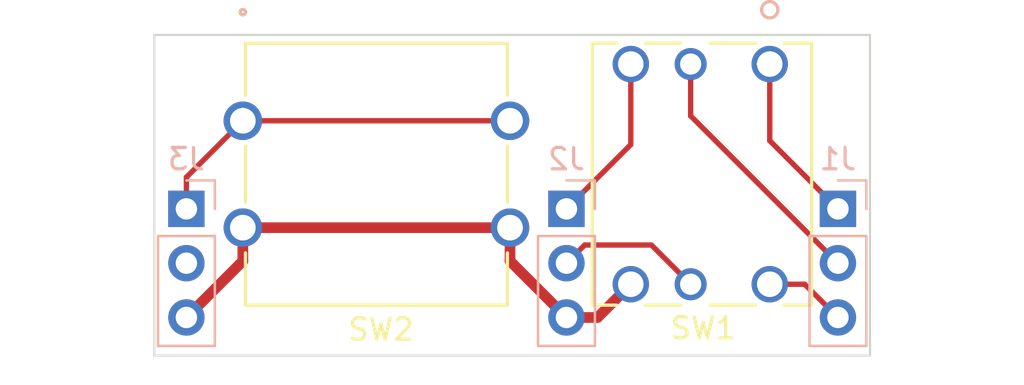
<source format=kicad_pcb>
(kicad_pcb (version 20171130) (host pcbnew 5.99.0+really5.1.10+dfsg1-1+b1)

  (general
    (thickness 1.6)
    (drawings 4)
    (tracks 21)
    (zones 0)
    (modules 5)
    (nets 9)
  )

  (page A4)
  (layers
    (0 F.Cu signal)
    (31 B.Cu signal)
    (32 B.Adhes user)
    (33 F.Adhes user)
    (34 B.Paste user)
    (35 F.Paste user)
    (36 B.SilkS user)
    (37 F.SilkS user)
    (38 B.Mask user)
    (39 F.Mask user)
    (40 Dwgs.User user)
    (41 Cmts.User user)
    (42 Eco1.User user)
    (43 Eco2.User user)
    (44 Edge.Cuts user)
    (45 Margin user)
    (46 B.CrtYd user)
    (47 F.CrtYd user)
    (48 B.Fab user)
    (49 F.Fab user)
  )

  (setup
    (last_trace_width 0.25)
    (user_trace_width 0.5)
    (trace_clearance 0.2)
    (zone_clearance 0.508)
    (zone_45_only no)
    (trace_min 0.2)
    (via_size 0.8)
    (via_drill 0.4)
    (via_min_size 0.4)
    (via_min_drill 0.3)
    (uvia_size 0.3)
    (uvia_drill 0.1)
    (uvias_allowed no)
    (uvia_min_size 0.2)
    (uvia_min_drill 0.1)
    (edge_width 0.05)
    (segment_width 0.2)
    (pcb_text_width 0.3)
    (pcb_text_size 1.5 1.5)
    (mod_edge_width 0.12)
    (mod_text_size 1 1)
    (mod_text_width 0.15)
    (pad_size 1.524 1.524)
    (pad_drill 0.762)
    (pad_to_mask_clearance 0.05)
    (aux_axis_origin 0 0)
    (grid_origin 24 42)
    (visible_elements FFFFFF7F)
    (pcbplotparams
      (layerselection 0x010fc_ffffffff)
      (usegerberextensions true)
      (usegerberattributes true)
      (usegerberadvancedattributes true)
      (creategerberjobfile true)
      (excludeedgelayer true)
      (linewidth 0.100000)
      (plotframeref false)
      (viasonmask false)
      (mode 1)
      (useauxorigin false)
      (hpglpennumber 1)
      (hpglpenspeed 20)
      (hpglpendiameter 15.000000)
      (psnegative false)
      (psa4output false)
      (plotreference true)
      (plotvalue true)
      (plotinvisibletext false)
      (padsonsilk false)
      (subtractmaskfromsilk false)
      (outputformat 1)
      (mirror false)
      (drillshape 0)
      (scaleselection 1)
      (outputdirectory "gerber/"))
  )

  (net 0 "")
  (net 1 /J_PUSH)
  (net 2 /J_UP)
  (net 3 /J_RIGHT)
  (net 4 /J_COM)
  (net 5 /J_DOWN)
  (net 6 /J_LEFT)
  (net 7 "Net-(J3-Pad2)")
  (net 8 /SW)

  (net_class Default "This is the default net class."
    (clearance 0.2)
    (trace_width 0.25)
    (via_dia 0.8)
    (via_drill 0.4)
    (uvia_dia 0.3)
    (uvia_drill 0.1)
    (add_net /J_COM)
    (add_net /J_DOWN)
    (add_net /J_LEFT)
    (add_net /J_PUSH)
    (add_net /J_RIGHT)
    (add_net /J_UP)
    (add_net /SW)
    (add_net "Net-(J3-Pad2)")
  )

  (module custom_components:B3F-4050 (layer F.Cu) (tedit 5F613B95) (tstamp 5F61ADB4)
    (at 28.14 31.0182)
    (path /5F6151D8)
    (fp_text reference SW2 (at 6.460852 9.7618) (layer F.SilkS)
      (effects (font (size 1 1) (thickness 0.15)))
    )
    (fp_text value B3F-4050 (at 8.630852 -4.7982) (layer F.SilkS) hide
      (effects (font (size 1 1) (thickness 0.15)))
    )
    (fp_circle (center 6.25 2.5) (end 9.800001 2.5) (layer F.Fab) (width 0.1524))
    (fp_circle (center 0 -5.08) (end 0.127 -5.08) (layer B.SilkS) (width 0.1524))
    (fp_circle (center 0 -5.08) (end 0.127 -5.08) (layer F.SilkS) (width 0.1524))
    (fp_circle (center 1.27 0) (end 1.397 0) (layer F.Fab) (width 0.1524))
    (fp_line (start -0.003999 6.107948) (end -1.107948 6.107948) (layer F.CrtYd) (width 0.1524))
    (fp_line (start -0.003999 8.753999) (end -0.003999 6.107948) (layer F.CrtYd) (width 0.1524))
    (fp_line (start 12.504 8.753999) (end -0.003999 8.753999) (layer F.CrtYd) (width 0.1524))
    (fp_line (start 12.504 6.107948) (end 12.504 8.753999) (layer F.CrtYd) (width 0.1524))
    (fp_line (start 13.607949 6.107948) (end 12.504 6.107948) (layer F.CrtYd) (width 0.1524))
    (fp_line (start 13.607949 -1.107948) (end 13.607949 6.107948) (layer F.CrtYd) (width 0.1524))
    (fp_line (start 12.504 -1.107948) (end 13.607949 -1.107948) (layer F.CrtYd) (width 0.1524))
    (fp_line (start 12.504 -3.753999) (end 12.504 -1.107948) (layer F.CrtYd) (width 0.1524))
    (fp_line (start -0.003999 -3.753999) (end 12.504 -3.753999) (layer F.CrtYd) (width 0.1524))
    (fp_line (start -0.003999 -1.107948) (end -0.003999 -3.753999) (layer F.CrtYd) (width 0.1524))
    (fp_line (start -1.107948 -1.107948) (end -0.003999 -1.107948) (layer F.CrtYd) (width 0.1524))
    (fp_line (start -1.107948 6.107948) (end -1.107948 -1.107948) (layer F.CrtYd) (width 0.1524))
    (fp_line (start 12.376998 -1.180296) (end 12.376998 -3.626998) (layer F.SilkS) (width 0.1524))
    (fp_line (start 12.376998 3.819704) (end 12.376998 1.180296) (layer F.SilkS) (width 0.1524))
    (fp_line (start 0.123002 6.180296) (end 0.123002 8.626998) (layer F.SilkS) (width 0.1524))
    (fp_line (start 0.123002 1.180296) (end 0.123002 3.819704) (layer F.SilkS) (width 0.1524))
    (fp_line (start 0.250002 -3.499998) (end 0.250002 8.499998) (layer F.Fab) (width 0.1524))
    (fp_line (start 12.249998 -3.499998) (end 0.250002 -3.499998) (layer F.Fab) (width 0.1524))
    (fp_line (start 12.249998 8.499998) (end 12.249998 -3.499998) (layer F.Fab) (width 0.1524))
    (fp_line (start 0.250002 8.499998) (end 12.249998 8.499998) (layer F.Fab) (width 0.1524))
    (fp_line (start 0.123002 -3.626998) (end 0.123002 -1.180296) (layer F.SilkS) (width 0.1524))
    (fp_line (start 12.376998 -3.626998) (end 0.123002 -3.626998) (layer F.SilkS) (width 0.1524))
    (fp_line (start 12.376998 8.626998) (end 12.376998 6.180296) (layer F.SilkS) (width 0.1524))
    (fp_line (start 0.123002 8.626998) (end 12.376998 8.626998) (layer F.SilkS) (width 0.1524))
    (fp_line (start 13.1 -0.6) (end 12.25 -0.6) (layer F.Fab) (width 0.1524))
    (fp_line (start 13.1 0.6) (end 13.1 -0.6) (layer F.Fab) (width 0.1524))
    (fp_line (start 12.25 0.6) (end 13.1 0.6) (layer F.Fab) (width 0.1524))
    (fp_line (start 12.25 -0.6) (end 12.25 0.6) (layer F.Fab) (width 0.1524))
    (fp_line (start 13.1 4.4) (end 12.25 4.4) (layer F.Fab) (width 0.1524))
    (fp_line (start 13.1 5.6) (end 13.1 4.4) (layer F.Fab) (width 0.1524))
    (fp_line (start 12.25 5.6) (end 13.1 5.6) (layer F.Fab) (width 0.1524))
    (fp_line (start 12.25 4.4) (end 12.25 5.6) (layer F.Fab) (width 0.1524))
    (fp_line (start -0.6 5.6) (end 0.250001 5.6) (layer F.Fab) (width 0.1524))
    (fp_line (start -0.6 4.4) (end -0.6 5.6) (layer F.Fab) (width 0.1524))
    (fp_line (start 0.250001 4.4) (end -0.6 4.4) (layer F.Fab) (width 0.1524))
    (fp_line (start 0.250001 5.6) (end 0.250001 4.4) (layer F.Fab) (width 0.1524))
    (fp_line (start -0.6 0.6) (end 0.250001 0.6) (layer F.Fab) (width 0.1524))
    (fp_line (start -0.6 -0.6) (end -0.6 0.6) (layer F.Fab) (width 0.1524))
    (fp_line (start 0.250001 -0.6) (end -0.6 -0.6) (layer F.Fab) (width 0.1524))
    (fp_line (start 0.250001 0.6) (end 0.250001 -0.6) (layer F.Fab) (width 0.1524))
    (fp_text user * (at 0 0) (layer F.Fab)
      (effects (font (size 1 1) (thickness 0.15)))
    )
    (fp_text user * (at 0 0) (layer F.SilkS)
      (effects (font (size 1 1) (thickness 0.15)))
    )
    (fp_text user "Copyright 2016 Accelerated Designs. All rights reserved." (at 0 0) (layer Cmts.User)
      (effects (font (size 0.127 0.127) (thickness 0.002)))
    )
    (pad "" np_thru_hole circle (at 6.25 7) (size 1.8 1.8) (drill 1.8) (layers *.Cu *.Mask))
    (pad "" np_thru_hole circle (at 6.25 -2) (size 1.8 1.8) (drill 1.8) (layers *.Cu *.Mask))
    (pad 2 thru_hole circle (at 12.5 0) (size 1.8 1.8) (drill 1.2) (layers *.Cu *.Mask)
      (net 8 /SW))
    (pad 4 thru_hole circle (at 12.5 5) (size 1.8 1.8) (drill 1.2) (layers *.Cu *.Mask)
      (net 4 /J_COM))
    (pad 3 thru_hole circle (at 0 5) (size 1.8 1.8) (drill 1.2) (layers *.Cu *.Mask)
      (net 4 /J_COM))
    (pad 1 thru_hole circle (at 0 0) (size 1.8 1.8) (drill 1.2) (layers *.Cu *.Mask)
      (net 8 /SW))
    (model ${KIPRJMOD}/model-3d/B3F_4000.step
      (offset (xyz 6.25 -2.5 0))
      (scale (xyz 1 1 1))
      (rotate (xyz -90 0 0))
    )
    (model ${KIPRJMOD}/model-3d/B32_1610.step
      (offset (xyz 6 -2.5 4.5))
      (scale (xyz 1 1 1))
      (rotate (xyz -90 0 0))
    )
  )

  (module custom_components:SKQUCAA010 (layer F.Cu) (tedit 0) (tstamp 5F61B309)
    (at 52.79 28.365 270)
    (path /5F614641)
    (fp_text reference SW1 (at 12.355 3.11 180) (layer F.SilkS)
      (effects (font (size 1 1) (thickness 0.15)))
    )
    (fp_text value SKQUCAA010 (at 8.295 3.16 180) (layer F.SilkS) hide
      (effects (font (size 1 1) (thickness 0.15)))
    )
    (fp_circle (center 2.54 0) (end 2.794 0) (layer F.Fab) (width 0.1524))
    (fp_circle (center -2.54 0) (end -2.159 0) (layer B.SilkS) (width 0.1524))
    (fp_line (start 11.1509 -1.829999) (end -0.8509 -1.829999) (layer F.CrtYd) (width 0.1524))
    (fp_line (start 11.1509 8.177601) (end 11.1509 -1.829999) (layer F.CrtYd) (width 0.1524))
    (fp_line (start -0.8509 8.177601) (end 11.1509 8.177601) (layer F.CrtYd) (width 0.1524))
    (fp_line (start -0.8509 -1.829999) (end -0.8509 8.177601) (layer F.CrtYd) (width 0.1524))
    (fp_line (start 11.4049 -2.083999) (end -1.1049 -2.083999) (layer F.CrtYd) (width 0.1524))
    (fp_line (start 11.4049 8.431601) (end 11.4049 -2.083999) (layer F.CrtYd) (width 0.1524))
    (fp_line (start -1.1049 8.431601) (end 11.4049 8.431601) (layer F.CrtYd) (width 0.1524))
    (fp_line (start -1.1049 -2.083999) (end -1.1049 8.431601) (layer F.CrtYd) (width 0.1524))
    (fp_line (start -0.9779 7.166872) (end -0.9779 8.304601) (layer F.SilkS) (width 0.1524))
    (fp_line (start -0.9779 4.163166) (end -0.9779 5.833133) (layer F.SilkS) (width 0.1524))
    (fp_line (start -0.9779 0.66687) (end -0.9779 2.786836) (layer F.SilkS) (width 0.1524))
    (fp_line (start 11.2779 5.833133) (end 11.2779 4.163166) (layer F.SilkS) (width 0.1524))
    (fp_line (start 11.2779 2.786836) (end 11.2779 0.66687) (layer F.SilkS) (width 0.1524))
    (fp_line (start 11.2779 -0.66687) (end 11.2779 -1.956999) (layer F.SilkS) (width 0.1524))
    (fp_line (start -0.8509 -1.829999) (end -0.8509 8.177601) (layer F.Fab) (width 0.1524))
    (fp_line (start 11.1509 -1.829999) (end -0.8509 -1.829999) (layer F.Fab) (width 0.1524))
    (fp_line (start 11.1509 8.177601) (end 11.1509 -1.829999) (layer F.Fab) (width 0.1524))
    (fp_line (start -0.8509 8.177601) (end 11.1509 8.177601) (layer F.Fab) (width 0.1524))
    (fp_line (start -0.9779 -1.956999) (end -0.9779 -0.66687) (layer F.SilkS) (width 0.1524))
    (fp_line (start 11.2779 -1.956999) (end -0.9779 -1.956999) (layer F.SilkS) (width 0.1524))
    (fp_line (start 11.2779 8.304601) (end 11.2779 7.166872) (layer F.SilkS) (width 0.1524))
    (fp_line (start -0.9779 8.304601) (end 11.2779 8.304601) (layer F.SilkS) (width 0.1524))
    (fp_text user * (at 0 0 90) (layer F.Fab)
      (effects (font (size 1 1) (thickness 0.15)))
    )
    (fp_text user * (at 0 0 90) (layer F.SilkS)
      (effects (font (size 1 1) (thickness 0.15)))
    )
    (fp_text user "Copyright 2016 Accelerated Designs. All rights reserved." (at 0 0 90) (layer Cmts.User)
      (effects (font (size 0.127 0.127) (thickness 0.002)))
    )
    (pad 3 thru_hole circle (at 0 6.500002 270) (size 1.7018 1.7018) (drill 1.1938) (layers *.Cu *.Mask)
      (net 6 /J_LEFT))
    (pad 2 thru_hole circle (at 0 3.700001 270) (size 1.4986 1.4986) (drill 0.9906) (layers *.Cu *.Mask)
      (net 2 /J_UP))
    (pad 1 thru_hole circle (at 0 0 270) (size 1.7018 1.7018) (drill 1.1938) (layers *.Cu *.Mask)
      (net 3 /J_RIGHT))
    (pad 4 thru_hole circle (at 10.3 6.500002 270) (size 1.7018 1.7018) (drill 1.1938) (layers *.Cu *.Mask)
      (net 4 /J_COM))
    (pad 5 thru_hole circle (at 10.3 3.700001 270) (size 1.4986 1.4986) (drill 0.9906) (layers *.Cu *.Mask)
      (net 5 /J_DOWN))
    (pad 6 thru_hole circle (at 10.3 0 270) (size 1.7018 1.7018) (drill 1.1938) (layers *.Cu *.Mask)
      (net 1 /J_PUSH))
    (model ${KIPRJMOD}/model-3d/skqucaa010.stp
      (offset (xyz 5.1 -3.25 0))
      (scale (xyz 1 1 1))
      (rotate (xyz 0 0 0))
    )
  )

  (module Connector_PinHeader_2.54mm:PinHeader_1x03_P2.54mm_Vertical (layer B.Cu) (tedit 59FED5CC) (tstamp 5F61992E)
    (at 25.5 35.14 180)
    (descr "Through hole straight pin header, 1x03, 2.54mm pitch, single row")
    (tags "Through hole pin header THT 1x03 2.54mm single row")
    (path /5F61FB77)
    (fp_text reference J3 (at 0 2.33) (layer B.SilkS)
      (effects (font (size 1 1) (thickness 0.15)) (justify mirror))
    )
    (fp_text value TSW-101-08-T-T-RA (at 0 -7.41) (layer B.Fab)
      (effects (font (size 1 1) (thickness 0.15)) (justify mirror))
    )
    (fp_line (start -0.635 1.27) (end 1.27 1.27) (layer B.Fab) (width 0.1))
    (fp_line (start 1.27 1.27) (end 1.27 -6.35) (layer B.Fab) (width 0.1))
    (fp_line (start 1.27 -6.35) (end -1.27 -6.35) (layer B.Fab) (width 0.1))
    (fp_line (start -1.27 -6.35) (end -1.27 0.635) (layer B.Fab) (width 0.1))
    (fp_line (start -1.27 0.635) (end -0.635 1.27) (layer B.Fab) (width 0.1))
    (fp_line (start -1.33 -6.41) (end 1.33 -6.41) (layer B.SilkS) (width 0.12))
    (fp_line (start -1.33 -1.27) (end -1.33 -6.41) (layer B.SilkS) (width 0.12))
    (fp_line (start 1.33 -1.27) (end 1.33 -6.41) (layer B.SilkS) (width 0.12))
    (fp_line (start -1.33 -1.27) (end 1.33 -1.27) (layer B.SilkS) (width 0.12))
    (fp_line (start -1.33 0) (end -1.33 1.33) (layer B.SilkS) (width 0.12))
    (fp_line (start -1.33 1.33) (end 0 1.33) (layer B.SilkS) (width 0.12))
    (fp_line (start -1.8 1.8) (end -1.8 -6.85) (layer B.CrtYd) (width 0.05))
    (fp_line (start -1.8 -6.85) (end 1.8 -6.85) (layer B.CrtYd) (width 0.05))
    (fp_line (start 1.8 -6.85) (end 1.8 1.8) (layer B.CrtYd) (width 0.05))
    (fp_line (start 1.8 1.8) (end -1.8 1.8) (layer B.CrtYd) (width 0.05))
    (fp_text user %R (at 0 -2.54 270) (layer B.Fab)
      (effects (font (size 1 1) (thickness 0.15)) (justify mirror))
    )
    (pad 1 thru_hole rect (at 0 0 180) (size 1.7 1.7) (drill 1) (layers *.Cu *.Mask)
      (net 8 /SW))
    (pad 2 thru_hole oval (at 0 -2.54 180) (size 1.7 1.7) (drill 1) (layers *.Cu *.Mask)
      (net 7 "Net-(J3-Pad2)"))
    (pad 3 thru_hole oval (at 0 -5.08 180) (size 1.7 1.7) (drill 1) (layers *.Cu *.Mask)
      (net 4 /J_COM))
    (model ${KIPRJMOD}/model-3d/TSW-101-08-T-T-RA.stp
      (offset (xyz 0 -2.5 2.5))
      (scale (xyz 1 1 1))
      (rotate (xyz 90 0 180))
    )
  )

  (module Connector_PinHeader_2.54mm:PinHeader_1x03_P2.54mm_Vertical (layer B.Cu) (tedit 59FED5CC) (tstamp 5F619CDF)
    (at 43.28 35.14 180)
    (descr "Through hole straight pin header, 1x03, 2.54mm pitch, single row")
    (tags "Through hole pin header THT 1x03 2.54mm single row")
    (path /5F6173F2)
    (fp_text reference J2 (at 0 2.33) (layer B.SilkS)
      (effects (font (size 1 1) (thickness 0.15)) (justify mirror))
    )
    (fp_text value TSW-101-08-T-T-RA (at 0 -7.41) (layer B.Fab)
      (effects (font (size 1 1) (thickness 0.15)) (justify mirror))
    )
    (fp_line (start -0.635 1.27) (end 1.27 1.27) (layer B.Fab) (width 0.1))
    (fp_line (start 1.27 1.27) (end 1.27 -6.35) (layer B.Fab) (width 0.1))
    (fp_line (start 1.27 -6.35) (end -1.27 -6.35) (layer B.Fab) (width 0.1))
    (fp_line (start -1.27 -6.35) (end -1.27 0.635) (layer B.Fab) (width 0.1))
    (fp_line (start -1.27 0.635) (end -0.635 1.27) (layer B.Fab) (width 0.1))
    (fp_line (start -1.33 -6.41) (end 1.33 -6.41) (layer B.SilkS) (width 0.12))
    (fp_line (start -1.33 -1.27) (end -1.33 -6.41) (layer B.SilkS) (width 0.12))
    (fp_line (start 1.33 -1.27) (end 1.33 -6.41) (layer B.SilkS) (width 0.12))
    (fp_line (start -1.33 -1.27) (end 1.33 -1.27) (layer B.SilkS) (width 0.12))
    (fp_line (start -1.33 0) (end -1.33 1.33) (layer B.SilkS) (width 0.12))
    (fp_line (start -1.33 1.33) (end 0 1.33) (layer B.SilkS) (width 0.12))
    (fp_line (start -1.8 1.8) (end -1.8 -6.85) (layer B.CrtYd) (width 0.05))
    (fp_line (start -1.8 -6.85) (end 1.8 -6.85) (layer B.CrtYd) (width 0.05))
    (fp_line (start 1.8 -6.85) (end 1.8 1.8) (layer B.CrtYd) (width 0.05))
    (fp_line (start 1.8 1.8) (end -1.8 1.8) (layer B.CrtYd) (width 0.05))
    (fp_text user %R (at 0 -2.54 270) (layer B.Fab)
      (effects (font (size 1 1) (thickness 0.15)) (justify mirror))
    )
    (pad 1 thru_hole rect (at 0 0 180) (size 1.7 1.7) (drill 1) (layers *.Cu *.Mask)
      (net 6 /J_LEFT))
    (pad 2 thru_hole oval (at 0 -2.54 180) (size 1.7 1.7) (drill 1) (layers *.Cu *.Mask)
      (net 5 /J_DOWN))
    (pad 3 thru_hole oval (at 0 -5.08 180) (size 1.7 1.7) (drill 1) (layers *.Cu *.Mask)
      (net 4 /J_COM))
    (model ${KIPRJMOD}/model-3d/TSW-101-08-T-T-RA.stp
      (offset (xyz 0 -2.5 2.5))
      (scale (xyz 1 1 1))
      (rotate (xyz 90 0 180))
    )
  )

  (module Connector_PinHeader_2.54mm:PinHeader_1x03_P2.54mm_Vertical (layer B.Cu) (tedit 59FED5CC) (tstamp 5F61A17E)
    (at 55.98 35.14 180)
    (descr "Through hole straight pin header, 1x03, 2.54mm pitch, single row")
    (tags "Through hole pin header THT 1x03 2.54mm single row")
    (path /5F616989)
    (fp_text reference J1 (at 0 2.33) (layer B.SilkS)
      (effects (font (size 1 1) (thickness 0.15)) (justify mirror))
    )
    (fp_text value TSW-101-08-T-T-RA (at 0 -7.41) (layer B.Fab)
      (effects (font (size 1 1) (thickness 0.15)) (justify mirror))
    )
    (fp_line (start 1.8 1.8) (end -1.8 1.8) (layer B.CrtYd) (width 0.05))
    (fp_line (start 1.8 -6.85) (end 1.8 1.8) (layer B.CrtYd) (width 0.05))
    (fp_line (start -1.8 -6.85) (end 1.8 -6.85) (layer B.CrtYd) (width 0.05))
    (fp_line (start -1.8 1.8) (end -1.8 -6.85) (layer B.CrtYd) (width 0.05))
    (fp_line (start -1.33 1.33) (end 0 1.33) (layer B.SilkS) (width 0.12))
    (fp_line (start -1.33 0) (end -1.33 1.33) (layer B.SilkS) (width 0.12))
    (fp_line (start -1.33 -1.27) (end 1.33 -1.27) (layer B.SilkS) (width 0.12))
    (fp_line (start 1.33 -1.27) (end 1.33 -6.41) (layer B.SilkS) (width 0.12))
    (fp_line (start -1.33 -1.27) (end -1.33 -6.41) (layer B.SilkS) (width 0.12))
    (fp_line (start -1.33 -6.41) (end 1.33 -6.41) (layer B.SilkS) (width 0.12))
    (fp_line (start -1.27 0.635) (end -0.635 1.27) (layer B.Fab) (width 0.1))
    (fp_line (start -1.27 -6.35) (end -1.27 0.635) (layer B.Fab) (width 0.1))
    (fp_line (start 1.27 -6.35) (end -1.27 -6.35) (layer B.Fab) (width 0.1))
    (fp_line (start 1.27 1.27) (end 1.27 -6.35) (layer B.Fab) (width 0.1))
    (fp_line (start -0.635 1.27) (end 1.27 1.27) (layer B.Fab) (width 0.1))
    (fp_text user %R (at 0 -2.54 270) (layer B.Fab)
      (effects (font (size 1 1) (thickness 0.15)) (justify mirror))
    )
    (pad 3 thru_hole oval (at 0 -5.08 180) (size 1.7 1.7) (drill 1) (layers *.Cu *.Mask)
      (net 1 /J_PUSH))
    (pad 2 thru_hole oval (at 0 -2.54 180) (size 1.7 1.7) (drill 1) (layers *.Cu *.Mask)
      (net 2 /J_UP))
    (pad 1 thru_hole rect (at 0 0 180) (size 1.7 1.7) (drill 1) (layers *.Cu *.Mask)
      (net 3 /J_RIGHT))
    (model ${KIPRJMOD}/model-3d/TSW-101-08-T-T-RA.stp
      (offset (xyz 0 -2.5 2.5))
      (scale (xyz 1 1 1))
      (rotate (xyz 90 0 180))
    )
  )

  (gr_line (start 57.48 27) (end 57.48 42) (layer Edge.Cuts) (width 0.1))
  (gr_line (start 24 27) (end 57.48 27) (layer Edge.Cuts) (width 0.1))
  (gr_line (start 24 42) (end 24 27) (layer Edge.Cuts) (width 0.1))
  (gr_line (start 57.48 42) (end 24 42) (layer Edge.Cuts) (width 0.1))

  (segment (start 54.425 38.665) (end 55.98 40.22) (width 0.25) (layer F.Cu) (net 1))
  (segment (start 52.79 38.665) (end 54.425 38.665) (width 0.25) (layer F.Cu) (net 1))
  (segment (start 49.089999 30.789999) (end 49.089999 28.365) (width 0.25) (layer F.Cu) (net 2))
  (segment (start 55.98 37.68) (end 49.089999 30.789999) (width 0.25) (layer F.Cu) (net 2))
  (segment (start 52.79 31.95) (end 55.98 35.14) (width 0.25) (layer F.Cu) (net 3))
  (segment (start 52.79 28.365) (end 52.79 31.95) (width 0.25) (layer F.Cu) (net 3))
  (segment (start 28.14 37.58) (end 25.5 40.22) (width 0.5) (layer F.Cu) (net 4))
  (segment (start 28.14 36.0182) (end 28.14 37.58) (width 0.5) (layer F.Cu) (net 4))
  (segment (start 28.14 36.0182) (end 40.64 36.0182) (width 0.5) (layer F.Cu) (net 4))
  (segment (start 40.64 37.58) (end 43.28 40.22) (width 0.5) (layer F.Cu) (net 4))
  (segment (start 40.64 36.0182) (end 40.64 37.58) (width 0.5) (layer F.Cu) (net 4))
  (segment (start 44.734998 40.22) (end 46.289998 38.665) (width 0.5) (layer F.Cu) (net 4))
  (segment (start 43.28 40.22) (end 44.734998 40.22) (width 0.5) (layer F.Cu) (net 4))
  (segment (start 47.255 36.830001) (end 49.089999 38.665) (width 0.25) (layer F.Cu) (net 5))
  (segment (start 44.129999 36.830001) (end 47.255 36.830001) (width 0.25) (layer F.Cu) (net 5))
  (segment (start 43.28 37.68) (end 44.129999 36.830001) (width 0.25) (layer F.Cu) (net 5))
  (segment (start 46.289998 32.130002) (end 43.28 35.14) (width 0.25) (layer F.Cu) (net 6))
  (segment (start 46.289998 28.365) (end 46.289998 32.130002) (width 0.25) (layer F.Cu) (net 6))
  (segment (start 25.5 33.6582) (end 28.14 31.0182) (width 0.25) (layer F.Cu) (net 8))
  (segment (start 25.5 35.14) (end 25.5 33.6582) (width 0.25) (layer F.Cu) (net 8))
  (segment (start 28.14 31.0182) (end 40.64 31.0182) (width 0.25) (layer F.Cu) (net 8))

)

</source>
